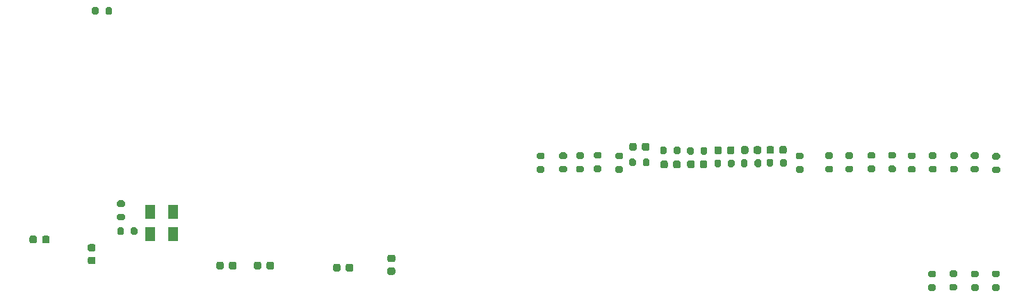
<source format=gbr>
%TF.GenerationSoftware,KiCad,Pcbnew,(5.1.10-1-10_14)*%
%TF.CreationDate,2021-11-09T17:04:18-05:00*%
%TF.ProjectId,TeensyBoardv2,5465656e-7379-4426-9f61-726476322e6b,v01*%
%TF.SameCoordinates,Original*%
%TF.FileFunction,Paste,Top*%
%TF.FilePolarity,Positive*%
%FSLAX46Y46*%
G04 Gerber Fmt 4.6, Leading zero omitted, Abs format (unit mm)*
G04 Created by KiCad (PCBNEW (5.1.10-1-10_14)) date 2021-11-09 17:04:18*
%MOMM*%
%LPD*%
G01*
G04 APERTURE LIST*
%ADD10R,1.230000X1.710000*%
G04 APERTURE END LIST*
%TO.C,R14*%
G36*
G01*
X241675000Y-115455000D02*
X241125000Y-115455000D01*
G75*
G02*
X240925000Y-115255000I0J200000D01*
G01*
X240925000Y-114855000D01*
G75*
G02*
X241125000Y-114655000I200000J0D01*
G01*
X241675000Y-114655000D01*
G75*
G02*
X241875000Y-114855000I0J-200000D01*
G01*
X241875000Y-115255000D01*
G75*
G02*
X241675000Y-115455000I-200000J0D01*
G01*
G37*
G36*
G01*
X241675000Y-117105000D02*
X241125000Y-117105000D01*
G75*
G02*
X240925000Y-116905000I0J200000D01*
G01*
X240925000Y-116505000D01*
G75*
G02*
X241125000Y-116305000I200000J0D01*
G01*
X241675000Y-116305000D01*
G75*
G02*
X241875000Y-116505000I0J-200000D01*
G01*
X241875000Y-116905000D01*
G75*
G02*
X241675000Y-117105000I-200000J0D01*
G01*
G37*
%TD*%
%TO.C,R21*%
G36*
G01*
X225545000Y-101065000D02*
X224995000Y-101065000D01*
G75*
G02*
X224795000Y-100865000I0J200000D01*
G01*
X224795000Y-100465000D01*
G75*
G02*
X224995000Y-100265000I200000J0D01*
G01*
X225545000Y-100265000D01*
G75*
G02*
X225745000Y-100465000I0J-200000D01*
G01*
X225745000Y-100865000D01*
G75*
G02*
X225545000Y-101065000I-200000J0D01*
G01*
G37*
G36*
G01*
X225545000Y-102715000D02*
X224995000Y-102715000D01*
G75*
G02*
X224795000Y-102515000I0J200000D01*
G01*
X224795000Y-102115000D01*
G75*
G02*
X224995000Y-101915000I200000J0D01*
G01*
X225545000Y-101915000D01*
G75*
G02*
X225745000Y-102115000I0J-200000D01*
G01*
X225745000Y-102515000D01*
G75*
G02*
X225545000Y-102715000I-200000J0D01*
G01*
G37*
%TD*%
%TO.C,R22*%
G36*
G01*
X229145000Y-101025000D02*
X228595000Y-101025000D01*
G75*
G02*
X228395000Y-100825000I0J200000D01*
G01*
X228395000Y-100425000D01*
G75*
G02*
X228595000Y-100225000I200000J0D01*
G01*
X229145000Y-100225000D01*
G75*
G02*
X229345000Y-100425000I0J-200000D01*
G01*
X229345000Y-100825000D01*
G75*
G02*
X229145000Y-101025000I-200000J0D01*
G01*
G37*
G36*
G01*
X229145000Y-102675000D02*
X228595000Y-102675000D01*
G75*
G02*
X228395000Y-102475000I0J200000D01*
G01*
X228395000Y-102075000D01*
G75*
G02*
X228595000Y-101875000I200000J0D01*
G01*
X229145000Y-101875000D01*
G75*
G02*
X229345000Y-102075000I0J-200000D01*
G01*
X229345000Y-102475000D01*
G75*
G02*
X229145000Y-102675000I-200000J0D01*
G01*
G37*
%TD*%
%TO.C,R24*%
G36*
G01*
X234275000Y-101005000D02*
X233725000Y-101005000D01*
G75*
G02*
X233525000Y-100805000I0J200000D01*
G01*
X233525000Y-100405000D01*
G75*
G02*
X233725000Y-100205000I200000J0D01*
G01*
X234275000Y-100205000D01*
G75*
G02*
X234475000Y-100405000I0J-200000D01*
G01*
X234475000Y-100805000D01*
G75*
G02*
X234275000Y-101005000I-200000J0D01*
G01*
G37*
G36*
G01*
X234275000Y-102655000D02*
X233725000Y-102655000D01*
G75*
G02*
X233525000Y-102455000I0J200000D01*
G01*
X233525000Y-102055000D01*
G75*
G02*
X233725000Y-101855000I200000J0D01*
G01*
X234275000Y-101855000D01*
G75*
G02*
X234475000Y-102055000I0J-200000D01*
G01*
X234475000Y-102455000D01*
G75*
G02*
X234275000Y-102655000I-200000J0D01*
G01*
G37*
%TD*%
%TO.C,R28*%
G36*
G01*
X249475000Y-101125000D02*
X248925000Y-101125000D01*
G75*
G02*
X248725000Y-100925000I0J200000D01*
G01*
X248725000Y-100525000D01*
G75*
G02*
X248925000Y-100325000I200000J0D01*
G01*
X249475000Y-100325000D01*
G75*
G02*
X249675000Y-100525000I0J-200000D01*
G01*
X249675000Y-100925000D01*
G75*
G02*
X249475000Y-101125000I-200000J0D01*
G01*
G37*
G36*
G01*
X249475000Y-102775000D02*
X248925000Y-102775000D01*
G75*
G02*
X248725000Y-102575000I0J200000D01*
G01*
X248725000Y-102175000D01*
G75*
G02*
X248925000Y-101975000I200000J0D01*
G01*
X249475000Y-101975000D01*
G75*
G02*
X249675000Y-102175000I0J-200000D01*
G01*
X249675000Y-102575000D01*
G75*
G02*
X249475000Y-102775000I-200000J0D01*
G01*
G37*
%TD*%
%TO.C,R27*%
G36*
G01*
X241755000Y-101045000D02*
X241205000Y-101045000D01*
G75*
G02*
X241005000Y-100845000I0J200000D01*
G01*
X241005000Y-100445000D01*
G75*
G02*
X241205000Y-100245000I200000J0D01*
G01*
X241755000Y-100245000D01*
G75*
G02*
X241955000Y-100445000I0J-200000D01*
G01*
X241955000Y-100845000D01*
G75*
G02*
X241755000Y-101045000I-200000J0D01*
G01*
G37*
G36*
G01*
X241755000Y-102695000D02*
X241205000Y-102695000D01*
G75*
G02*
X241005000Y-102495000I0J200000D01*
G01*
X241005000Y-102095000D01*
G75*
G02*
X241205000Y-101895000I200000J0D01*
G01*
X241755000Y-101895000D01*
G75*
G02*
X241955000Y-102095000I0J-200000D01*
G01*
X241955000Y-102495000D01*
G75*
G02*
X241755000Y-102695000I-200000J0D01*
G01*
G37*
%TD*%
%TO.C,R26*%
G36*
G01*
X239195000Y-101055000D02*
X238645000Y-101055000D01*
G75*
G02*
X238445000Y-100855000I0J200000D01*
G01*
X238445000Y-100455000D01*
G75*
G02*
X238645000Y-100255000I200000J0D01*
G01*
X239195000Y-100255000D01*
G75*
G02*
X239395000Y-100455000I0J-200000D01*
G01*
X239395000Y-100855000D01*
G75*
G02*
X239195000Y-101055000I-200000J0D01*
G01*
G37*
G36*
G01*
X239195000Y-102705000D02*
X238645000Y-102705000D01*
G75*
G02*
X238445000Y-102505000I0J200000D01*
G01*
X238445000Y-102105000D01*
G75*
G02*
X238645000Y-101905000I200000J0D01*
G01*
X239195000Y-101905000D01*
G75*
G02*
X239395000Y-102105000I0J-200000D01*
G01*
X239395000Y-102505000D01*
G75*
G02*
X239195000Y-102705000I-200000J0D01*
G01*
G37*
%TD*%
%TO.C,R25*%
G36*
G01*
X236795000Y-101005000D02*
X236245000Y-101005000D01*
G75*
G02*
X236045000Y-100805000I0J200000D01*
G01*
X236045000Y-100405000D01*
G75*
G02*
X236245000Y-100205000I200000J0D01*
G01*
X236795000Y-100205000D01*
G75*
G02*
X236995000Y-100405000I0J-200000D01*
G01*
X236995000Y-100805000D01*
G75*
G02*
X236795000Y-101005000I-200000J0D01*
G01*
G37*
G36*
G01*
X236795000Y-102655000D02*
X236245000Y-102655000D01*
G75*
G02*
X236045000Y-102455000I0J200000D01*
G01*
X236045000Y-102055000D01*
G75*
G02*
X236245000Y-101855000I200000J0D01*
G01*
X236795000Y-101855000D01*
G75*
G02*
X236995000Y-102055000I0J-200000D01*
G01*
X236995000Y-102455000D01*
G75*
G02*
X236795000Y-102655000I-200000J0D01*
G01*
G37*
%TD*%
%TO.C,R23*%
G36*
G01*
X231585000Y-101025000D02*
X231035000Y-101025000D01*
G75*
G02*
X230835000Y-100825000I0J200000D01*
G01*
X230835000Y-100425000D01*
G75*
G02*
X231035000Y-100225000I200000J0D01*
G01*
X231585000Y-100225000D01*
G75*
G02*
X231785000Y-100425000I0J-200000D01*
G01*
X231785000Y-100825000D01*
G75*
G02*
X231585000Y-101025000I-200000J0D01*
G01*
G37*
G36*
G01*
X231585000Y-102675000D02*
X231035000Y-102675000D01*
G75*
G02*
X230835000Y-102475000I0J200000D01*
G01*
X230835000Y-102075000D01*
G75*
G02*
X231035000Y-101875000I200000J0D01*
G01*
X231585000Y-101875000D01*
G75*
G02*
X231785000Y-102075000I0J-200000D01*
G01*
X231785000Y-102475000D01*
G75*
G02*
X231585000Y-102675000I-200000J0D01*
G01*
G37*
%TD*%
%TO.C,R20*%
G36*
G01*
X203555000Y-101075000D02*
X203005000Y-101075000D01*
G75*
G02*
X202805000Y-100875000I0J200000D01*
G01*
X202805000Y-100475000D01*
G75*
G02*
X203005000Y-100275000I200000J0D01*
G01*
X203555000Y-100275000D01*
G75*
G02*
X203755000Y-100475000I0J-200000D01*
G01*
X203755000Y-100875000D01*
G75*
G02*
X203555000Y-101075000I-200000J0D01*
G01*
G37*
G36*
G01*
X203555000Y-102725000D02*
X203005000Y-102725000D01*
G75*
G02*
X202805000Y-102525000I0J200000D01*
G01*
X202805000Y-102125000D01*
G75*
G02*
X203005000Y-101925000I200000J0D01*
G01*
X203555000Y-101925000D01*
G75*
G02*
X203755000Y-102125000I0J-200000D01*
G01*
X203755000Y-102525000D01*
G75*
G02*
X203555000Y-102725000I-200000J0D01*
G01*
G37*
%TD*%
%TO.C,R19*%
G36*
G01*
X200955000Y-100985000D02*
X200405000Y-100985000D01*
G75*
G02*
X200205000Y-100785000I0J200000D01*
G01*
X200205000Y-100385000D01*
G75*
G02*
X200405000Y-100185000I200000J0D01*
G01*
X200955000Y-100185000D01*
G75*
G02*
X201155000Y-100385000I0J-200000D01*
G01*
X201155000Y-100785000D01*
G75*
G02*
X200955000Y-100985000I-200000J0D01*
G01*
G37*
G36*
G01*
X200955000Y-102635000D02*
X200405000Y-102635000D01*
G75*
G02*
X200205000Y-102435000I0J200000D01*
G01*
X200205000Y-102035000D01*
G75*
G02*
X200405000Y-101835000I200000J0D01*
G01*
X200955000Y-101835000D01*
G75*
G02*
X201155000Y-102035000I0J-200000D01*
G01*
X201155000Y-102435000D01*
G75*
G02*
X200955000Y-102635000I-200000J0D01*
G01*
G37*
%TD*%
%TO.C,R18*%
G36*
G01*
X198805000Y-101035000D02*
X198255000Y-101035000D01*
G75*
G02*
X198055000Y-100835000I0J200000D01*
G01*
X198055000Y-100435000D01*
G75*
G02*
X198255000Y-100235000I200000J0D01*
G01*
X198805000Y-100235000D01*
G75*
G02*
X199005000Y-100435000I0J-200000D01*
G01*
X199005000Y-100835000D01*
G75*
G02*
X198805000Y-101035000I-200000J0D01*
G01*
G37*
G36*
G01*
X198805000Y-102685000D02*
X198255000Y-102685000D01*
G75*
G02*
X198055000Y-102485000I0J200000D01*
G01*
X198055000Y-102085000D01*
G75*
G02*
X198255000Y-101885000I200000J0D01*
G01*
X198805000Y-101885000D01*
G75*
G02*
X199005000Y-102085000I0J-200000D01*
G01*
X199005000Y-102485000D01*
G75*
G02*
X198805000Y-102685000I-200000J0D01*
G01*
G37*
%TD*%
%TO.C,R17*%
G36*
G01*
X196745000Y-101045000D02*
X196195000Y-101045000D01*
G75*
G02*
X195995000Y-100845000I0J200000D01*
G01*
X195995000Y-100445000D01*
G75*
G02*
X196195000Y-100245000I200000J0D01*
G01*
X196745000Y-100245000D01*
G75*
G02*
X196945000Y-100445000I0J-200000D01*
G01*
X196945000Y-100845000D01*
G75*
G02*
X196745000Y-101045000I-200000J0D01*
G01*
G37*
G36*
G01*
X196745000Y-102695000D02*
X196195000Y-102695000D01*
G75*
G02*
X195995000Y-102495000I0J200000D01*
G01*
X195995000Y-102095000D01*
G75*
G02*
X196195000Y-101895000I200000J0D01*
G01*
X196745000Y-101895000D01*
G75*
G02*
X196945000Y-102095000I0J-200000D01*
G01*
X196945000Y-102495000D01*
G75*
G02*
X196745000Y-102695000I-200000J0D01*
G01*
G37*
%TD*%
%TO.C,R16*%
G36*
G01*
X246875000Y-115475000D02*
X246325000Y-115475000D01*
G75*
G02*
X246125000Y-115275000I0J200000D01*
G01*
X246125000Y-114875000D01*
G75*
G02*
X246325000Y-114675000I200000J0D01*
G01*
X246875000Y-114675000D01*
G75*
G02*
X247075000Y-114875000I0J-200000D01*
G01*
X247075000Y-115275000D01*
G75*
G02*
X246875000Y-115475000I-200000J0D01*
G01*
G37*
G36*
G01*
X246875000Y-117125000D02*
X246325000Y-117125000D01*
G75*
G02*
X246125000Y-116925000I0J200000D01*
G01*
X246125000Y-116525000D01*
G75*
G02*
X246325000Y-116325000I200000J0D01*
G01*
X246875000Y-116325000D01*
G75*
G02*
X247075000Y-116525000I0J-200000D01*
G01*
X247075000Y-116925000D01*
G75*
G02*
X246875000Y-117125000I-200000J0D01*
G01*
G37*
%TD*%
%TO.C,R15*%
G36*
G01*
X244255000Y-115445000D02*
X243705000Y-115445000D01*
G75*
G02*
X243505000Y-115245000I0J200000D01*
G01*
X243505000Y-114845000D01*
G75*
G02*
X243705000Y-114645000I200000J0D01*
G01*
X244255000Y-114645000D01*
G75*
G02*
X244455000Y-114845000I0J-200000D01*
G01*
X244455000Y-115245000D01*
G75*
G02*
X244255000Y-115445000I-200000J0D01*
G01*
G37*
G36*
G01*
X244255000Y-117095000D02*
X243705000Y-117095000D01*
G75*
G02*
X243505000Y-116895000I0J200000D01*
G01*
X243505000Y-116495000D01*
G75*
G02*
X243705000Y-116295000I200000J0D01*
G01*
X244255000Y-116295000D01*
G75*
G02*
X244455000Y-116495000I0J-200000D01*
G01*
X244455000Y-116895000D01*
G75*
G02*
X244255000Y-117095000I-200000J0D01*
G01*
G37*
%TD*%
%TO.C,R11*%
G36*
G01*
X249435000Y-115455000D02*
X248885000Y-115455000D01*
G75*
G02*
X248685000Y-115255000I0J200000D01*
G01*
X248685000Y-114855000D01*
G75*
G02*
X248885000Y-114655000I200000J0D01*
G01*
X249435000Y-114655000D01*
G75*
G02*
X249635000Y-114855000I0J-200000D01*
G01*
X249635000Y-115255000D01*
G75*
G02*
X249435000Y-115455000I-200000J0D01*
G01*
G37*
G36*
G01*
X249435000Y-117105000D02*
X248885000Y-117105000D01*
G75*
G02*
X248685000Y-116905000I0J200000D01*
G01*
X248685000Y-116505000D01*
G75*
G02*
X248885000Y-116305000I200000J0D01*
G01*
X249435000Y-116305000D01*
G75*
G02*
X249635000Y-116505000I0J-200000D01*
G01*
X249635000Y-116905000D01*
G75*
G02*
X249435000Y-117105000I-200000J0D01*
G01*
G37*
%TD*%
%TO.C,R5*%
G36*
G01*
X194015000Y-102735000D02*
X193465000Y-102735000D01*
G75*
G02*
X193265000Y-102535000I0J200000D01*
G01*
X193265000Y-102135000D01*
G75*
G02*
X193465000Y-101935000I200000J0D01*
G01*
X194015000Y-101935000D01*
G75*
G02*
X194215000Y-102135000I0J-200000D01*
G01*
X194215000Y-102535000D01*
G75*
G02*
X194015000Y-102735000I-200000J0D01*
G01*
G37*
G36*
G01*
X194015000Y-101085000D02*
X193465000Y-101085000D01*
G75*
G02*
X193265000Y-100885000I0J200000D01*
G01*
X193265000Y-100485000D01*
G75*
G02*
X193465000Y-100285000I200000J0D01*
G01*
X194015000Y-100285000D01*
G75*
G02*
X194215000Y-100485000I0J-200000D01*
G01*
X194215000Y-100885000D01*
G75*
G02*
X194015000Y-101085000I-200000J0D01*
G01*
G37*
%TD*%
%TO.C,R6*%
G36*
G01*
X139865000Y-82725000D02*
X139865000Y-83275000D01*
G75*
G02*
X139665000Y-83475000I-200000J0D01*
G01*
X139265000Y-83475000D01*
G75*
G02*
X139065000Y-83275000I0J200000D01*
G01*
X139065000Y-82725000D01*
G75*
G02*
X139265000Y-82525000I200000J0D01*
G01*
X139665000Y-82525000D01*
G75*
G02*
X139865000Y-82725000I0J-200000D01*
G01*
G37*
G36*
G01*
X141515000Y-82725000D02*
X141515000Y-83275000D01*
G75*
G02*
X141315000Y-83475000I-200000J0D01*
G01*
X140915000Y-83475000D01*
G75*
G02*
X140715000Y-83275000I0J200000D01*
G01*
X140715000Y-82725000D01*
G75*
G02*
X140915000Y-82525000I200000J0D01*
G01*
X141315000Y-82525000D01*
G75*
G02*
X141515000Y-82725000I0J-200000D01*
G01*
G37*
%TD*%
%TO.C,C4*%
G36*
G01*
X175792000Y-113625000D02*
X175292000Y-113625000D01*
G75*
G02*
X175067000Y-113400000I0J225000D01*
G01*
X175067000Y-112950000D01*
G75*
G02*
X175292000Y-112725000I225000J0D01*
G01*
X175792000Y-112725000D01*
G75*
G02*
X176017000Y-112950000I0J-225000D01*
G01*
X176017000Y-113400000D01*
G75*
G02*
X175792000Y-113625000I-225000J0D01*
G01*
G37*
G36*
G01*
X175792000Y-115175000D02*
X175292000Y-115175000D01*
G75*
G02*
X175067000Y-114950000I0J225000D01*
G01*
X175067000Y-114500000D01*
G75*
G02*
X175292000Y-114275000I225000J0D01*
G01*
X175792000Y-114275000D01*
G75*
G02*
X176017000Y-114500000I0J-225000D01*
G01*
X176017000Y-114950000D01*
G75*
G02*
X175792000Y-115175000I-225000J0D01*
G01*
G37*
%TD*%
%TO.C,C1*%
G36*
G01*
X169347000Y-114050000D02*
X169347000Y-114550000D01*
G75*
G02*
X169122000Y-114775000I-225000J0D01*
G01*
X168672000Y-114775000D01*
G75*
G02*
X168447000Y-114550000I0J225000D01*
G01*
X168447000Y-114050000D01*
G75*
G02*
X168672000Y-113825000I225000J0D01*
G01*
X169122000Y-113825000D01*
G75*
G02*
X169347000Y-114050000I0J-225000D01*
G01*
G37*
G36*
G01*
X170897000Y-114050000D02*
X170897000Y-114550000D01*
G75*
G02*
X170672000Y-114775000I-225000J0D01*
G01*
X170222000Y-114775000D01*
G75*
G02*
X169997000Y-114550000I0J225000D01*
G01*
X169997000Y-114050000D01*
G75*
G02*
X170222000Y-113825000I225000J0D01*
G01*
X170672000Y-113825000D01*
G75*
G02*
X170897000Y-114050000I0J-225000D01*
G01*
G37*
%TD*%
D10*
%TO.C,C6*%
X148972000Y-110186000D03*
X148972000Y-107486000D03*
%TD*%
%TO.C,C8*%
X146178000Y-107486000D03*
X146178000Y-110186000D03*
%TD*%
%TO.C,C2*%
G36*
G01*
X155123000Y-113796000D02*
X155123000Y-114296000D01*
G75*
G02*
X154898000Y-114521000I-225000J0D01*
G01*
X154448000Y-114521000D01*
G75*
G02*
X154223000Y-114296000I0J225000D01*
G01*
X154223000Y-113796000D01*
G75*
G02*
X154448000Y-113571000I225000J0D01*
G01*
X154898000Y-113571000D01*
G75*
G02*
X155123000Y-113796000I0J-225000D01*
G01*
G37*
G36*
G01*
X156673000Y-113796000D02*
X156673000Y-114296000D01*
G75*
G02*
X156448000Y-114521000I-225000J0D01*
G01*
X155998000Y-114521000D01*
G75*
G02*
X155773000Y-114296000I0J225000D01*
G01*
X155773000Y-113796000D01*
G75*
G02*
X155998000Y-113571000I225000J0D01*
G01*
X156448000Y-113571000D01*
G75*
G02*
X156673000Y-113796000I0J-225000D01*
G01*
G37*
%TD*%
%TO.C,C5*%
G36*
G01*
X160345000Y-114296000D02*
X160345000Y-113796000D01*
G75*
G02*
X160570000Y-113571000I225000J0D01*
G01*
X161020000Y-113571000D01*
G75*
G02*
X161245000Y-113796000I0J-225000D01*
G01*
X161245000Y-114296000D01*
G75*
G02*
X161020000Y-114521000I-225000J0D01*
G01*
X160570000Y-114521000D01*
G75*
G02*
X160345000Y-114296000I0J225000D01*
G01*
G37*
G36*
G01*
X158795000Y-114296000D02*
X158795000Y-113796000D01*
G75*
G02*
X159020000Y-113571000I225000J0D01*
G01*
X159470000Y-113571000D01*
G75*
G02*
X159695000Y-113796000I0J-225000D01*
G01*
X159695000Y-114296000D01*
G75*
G02*
X159470000Y-114521000I-225000J0D01*
G01*
X159020000Y-114521000D01*
G75*
G02*
X158795000Y-114296000I0J225000D01*
G01*
G37*
%TD*%
%TO.C,R2*%
G36*
G01*
X142347000Y-107737000D02*
X142897000Y-107737000D01*
G75*
G02*
X143097000Y-107937000I0J-200000D01*
G01*
X143097000Y-108337000D01*
G75*
G02*
X142897000Y-108537000I-200000J0D01*
G01*
X142347000Y-108537000D01*
G75*
G02*
X142147000Y-108337000I0J200000D01*
G01*
X142147000Y-107937000D01*
G75*
G02*
X142347000Y-107737000I200000J0D01*
G01*
G37*
G36*
G01*
X142347000Y-106087000D02*
X142897000Y-106087000D01*
G75*
G02*
X143097000Y-106287000I0J-200000D01*
G01*
X143097000Y-106687000D01*
G75*
G02*
X142897000Y-106887000I-200000J0D01*
G01*
X142347000Y-106887000D01*
G75*
G02*
X142147000Y-106687000I0J200000D01*
G01*
X142147000Y-106287000D01*
G75*
G02*
X142347000Y-106087000I200000J0D01*
G01*
G37*
%TD*%
%TO.C,R4*%
G36*
G01*
X144609000Y-109577000D02*
X144609000Y-110127000D01*
G75*
G02*
X144409000Y-110327000I-200000J0D01*
G01*
X144009000Y-110327000D01*
G75*
G02*
X143809000Y-110127000I0J200000D01*
G01*
X143809000Y-109577000D01*
G75*
G02*
X144009000Y-109377000I200000J0D01*
G01*
X144409000Y-109377000D01*
G75*
G02*
X144609000Y-109577000I0J-200000D01*
G01*
G37*
G36*
G01*
X142959000Y-109577000D02*
X142959000Y-110127000D01*
G75*
G02*
X142759000Y-110327000I-200000J0D01*
G01*
X142359000Y-110327000D01*
G75*
G02*
X142159000Y-110127000I0J200000D01*
G01*
X142159000Y-109577000D01*
G75*
G02*
X142359000Y-109377000I200000J0D01*
G01*
X142759000Y-109377000D01*
G75*
G02*
X142959000Y-109577000I0J-200000D01*
G01*
G37*
%TD*%
%TO.C,C3*%
G36*
G01*
X204515000Y-99818000D02*
X204515000Y-99318000D01*
G75*
G02*
X204740000Y-99093000I225000J0D01*
G01*
X205190000Y-99093000D01*
G75*
G02*
X205415000Y-99318000I0J-225000D01*
G01*
X205415000Y-99818000D01*
G75*
G02*
X205190000Y-100043000I-225000J0D01*
G01*
X204740000Y-100043000D01*
G75*
G02*
X204515000Y-99818000I0J225000D01*
G01*
G37*
G36*
G01*
X206065000Y-99818000D02*
X206065000Y-99318000D01*
G75*
G02*
X206290000Y-99093000I225000J0D01*
G01*
X206740000Y-99093000D01*
G75*
G02*
X206965000Y-99318000I0J-225000D01*
G01*
X206965000Y-99818000D01*
G75*
G02*
X206740000Y-100043000I-225000J0D01*
G01*
X206290000Y-100043000D01*
G75*
G02*
X206065000Y-99818000I0J225000D01*
G01*
G37*
%TD*%
%TO.C,C7*%
G36*
G01*
X222139000Y-99688000D02*
X222139000Y-100188000D01*
G75*
G02*
X221914000Y-100413000I-225000J0D01*
G01*
X221464000Y-100413000D01*
G75*
G02*
X221239000Y-100188000I0J225000D01*
G01*
X221239000Y-99688000D01*
G75*
G02*
X221464000Y-99463000I225000J0D01*
G01*
X221914000Y-99463000D01*
G75*
G02*
X222139000Y-99688000I0J-225000D01*
G01*
G37*
G36*
G01*
X223689000Y-99688000D02*
X223689000Y-100188000D01*
G75*
G02*
X223464000Y-100413000I-225000J0D01*
G01*
X223014000Y-100413000D01*
G75*
G02*
X222789000Y-100188000I0J225000D01*
G01*
X222789000Y-99688000D01*
G75*
G02*
X223014000Y-99463000I225000J0D01*
G01*
X223464000Y-99463000D01*
G75*
G02*
X223689000Y-99688000I0J-225000D01*
G01*
G37*
%TD*%
%TO.C,C9*%
G36*
G01*
X210761000Y-101468000D02*
X210761000Y-101968000D01*
G75*
G02*
X210536000Y-102193000I-225000J0D01*
G01*
X210086000Y-102193000D01*
G75*
G02*
X209861000Y-101968000I0J225000D01*
G01*
X209861000Y-101468000D01*
G75*
G02*
X210086000Y-101243000I225000J0D01*
G01*
X210536000Y-101243000D01*
G75*
G02*
X210761000Y-101468000I0J-225000D01*
G01*
G37*
G36*
G01*
X209211000Y-101468000D02*
X209211000Y-101968000D01*
G75*
G02*
X208986000Y-102193000I-225000J0D01*
G01*
X208536000Y-102193000D01*
G75*
G02*
X208311000Y-101968000I0J225000D01*
G01*
X208311000Y-101468000D01*
G75*
G02*
X208536000Y-101243000I225000J0D01*
G01*
X208986000Y-101243000D01*
G75*
G02*
X209211000Y-101468000I0J-225000D01*
G01*
G37*
%TD*%
%TO.C,C10*%
G36*
G01*
X219031000Y-99708000D02*
X219031000Y-100208000D01*
G75*
G02*
X218806000Y-100433000I-225000J0D01*
G01*
X218356000Y-100433000D01*
G75*
G02*
X218131000Y-100208000I0J225000D01*
G01*
X218131000Y-99708000D01*
G75*
G02*
X218356000Y-99483000I225000J0D01*
G01*
X218806000Y-99483000D01*
G75*
G02*
X219031000Y-99708000I0J-225000D01*
G01*
G37*
G36*
G01*
X220581000Y-99708000D02*
X220581000Y-100208000D01*
G75*
G02*
X220356000Y-100433000I-225000J0D01*
G01*
X219906000Y-100433000D01*
G75*
G02*
X219681000Y-100208000I0J225000D01*
G01*
X219681000Y-99708000D01*
G75*
G02*
X219906000Y-99483000I225000J0D01*
G01*
X220356000Y-99483000D01*
G75*
G02*
X220581000Y-99708000I0J-225000D01*
G01*
G37*
%TD*%
%TO.C,C11*%
G36*
G01*
X214023000Y-101438000D02*
X214023000Y-101938000D01*
G75*
G02*
X213798000Y-102163000I-225000J0D01*
G01*
X213348000Y-102163000D01*
G75*
G02*
X213123000Y-101938000I0J225000D01*
G01*
X213123000Y-101438000D01*
G75*
G02*
X213348000Y-101213000I225000J0D01*
G01*
X213798000Y-101213000D01*
G75*
G02*
X214023000Y-101438000I0J-225000D01*
G01*
G37*
G36*
G01*
X212473000Y-101438000D02*
X212473000Y-101938000D01*
G75*
G02*
X212248000Y-102163000I-225000J0D01*
G01*
X211798000Y-102163000D01*
G75*
G02*
X211573000Y-101938000I0J225000D01*
G01*
X211573000Y-101438000D01*
G75*
G02*
X211798000Y-101213000I225000J0D01*
G01*
X212248000Y-101213000D01*
G75*
G02*
X212473000Y-101438000I0J-225000D01*
G01*
G37*
%TD*%
%TO.C,C12*%
G36*
G01*
X216429000Y-100238000D02*
X216429000Y-99738000D01*
G75*
G02*
X216654000Y-99513000I225000J0D01*
G01*
X217104000Y-99513000D01*
G75*
G02*
X217329000Y-99738000I0J-225000D01*
G01*
X217329000Y-100238000D01*
G75*
G02*
X217104000Y-100463000I-225000J0D01*
G01*
X216654000Y-100463000D01*
G75*
G02*
X216429000Y-100238000I0J225000D01*
G01*
G37*
G36*
G01*
X214879000Y-100238000D02*
X214879000Y-99738000D01*
G75*
G02*
X215104000Y-99513000I225000J0D01*
G01*
X215554000Y-99513000D01*
G75*
G02*
X215779000Y-99738000I0J-225000D01*
G01*
X215779000Y-100238000D01*
G75*
G02*
X215554000Y-100463000I-225000J0D01*
G01*
X215104000Y-100463000D01*
G75*
G02*
X214879000Y-100238000I0J225000D01*
G01*
G37*
%TD*%
%TO.C,R1*%
G36*
G01*
X206965000Y-101195000D02*
X206965000Y-101745000D01*
G75*
G02*
X206765000Y-101945000I-200000J0D01*
G01*
X206365000Y-101945000D01*
G75*
G02*
X206165000Y-101745000I0J200000D01*
G01*
X206165000Y-101195000D01*
G75*
G02*
X206365000Y-100995000I200000J0D01*
G01*
X206765000Y-100995000D01*
G75*
G02*
X206965000Y-101195000I0J-200000D01*
G01*
G37*
G36*
G01*
X205315000Y-101195000D02*
X205315000Y-101745000D01*
G75*
G02*
X205115000Y-101945000I-200000J0D01*
G01*
X204715000Y-101945000D01*
G75*
G02*
X204515000Y-101745000I0J200000D01*
G01*
X204515000Y-101195000D01*
G75*
G02*
X204715000Y-100995000I200000J0D01*
G01*
X205115000Y-100995000D01*
G75*
G02*
X205315000Y-101195000I0J-200000D01*
G01*
G37*
%TD*%
%TO.C,R3*%
G36*
G01*
X209931000Y-100283000D02*
X209931000Y-99733000D01*
G75*
G02*
X210131000Y-99533000I200000J0D01*
G01*
X210531000Y-99533000D01*
G75*
G02*
X210731000Y-99733000I0J-200000D01*
G01*
X210731000Y-100283000D01*
G75*
G02*
X210531000Y-100483000I-200000J0D01*
G01*
X210131000Y-100483000D01*
G75*
G02*
X209931000Y-100283000I0J200000D01*
G01*
G37*
G36*
G01*
X208281000Y-100283000D02*
X208281000Y-99733000D01*
G75*
G02*
X208481000Y-99533000I200000J0D01*
G01*
X208881000Y-99533000D01*
G75*
G02*
X209081000Y-99733000I0J-200000D01*
G01*
X209081000Y-100283000D01*
G75*
G02*
X208881000Y-100483000I-200000J0D01*
G01*
X208481000Y-100483000D01*
G75*
G02*
X208281000Y-100283000I0J200000D01*
G01*
G37*
%TD*%
%TO.C,R7*%
G36*
G01*
X222899000Y-101793000D02*
X222899000Y-101243000D01*
G75*
G02*
X223099000Y-101043000I200000J0D01*
G01*
X223499000Y-101043000D01*
G75*
G02*
X223699000Y-101243000I0J-200000D01*
G01*
X223699000Y-101793000D01*
G75*
G02*
X223499000Y-101993000I-200000J0D01*
G01*
X223099000Y-101993000D01*
G75*
G02*
X222899000Y-101793000I0J200000D01*
G01*
G37*
G36*
G01*
X221249000Y-101793000D02*
X221249000Y-101243000D01*
G75*
G02*
X221449000Y-101043000I200000J0D01*
G01*
X221849000Y-101043000D01*
G75*
G02*
X222049000Y-101243000I0J-200000D01*
G01*
X222049000Y-101793000D01*
G75*
G02*
X221849000Y-101993000I-200000J0D01*
G01*
X221449000Y-101993000D01*
G75*
G02*
X221249000Y-101793000I0J200000D01*
G01*
G37*
%TD*%
%TO.C,R8*%
G36*
G01*
X211573000Y-100333000D02*
X211573000Y-99783000D01*
G75*
G02*
X211773000Y-99583000I200000J0D01*
G01*
X212173000Y-99583000D01*
G75*
G02*
X212373000Y-99783000I0J-200000D01*
G01*
X212373000Y-100333000D01*
G75*
G02*
X212173000Y-100533000I-200000J0D01*
G01*
X211773000Y-100533000D01*
G75*
G02*
X211573000Y-100333000I0J200000D01*
G01*
G37*
G36*
G01*
X213223000Y-100333000D02*
X213223000Y-99783000D01*
G75*
G02*
X213423000Y-99583000I200000J0D01*
G01*
X213823000Y-99583000D01*
G75*
G02*
X214023000Y-99783000I0J-200000D01*
G01*
X214023000Y-100333000D01*
G75*
G02*
X213823000Y-100533000I-200000J0D01*
G01*
X213423000Y-100533000D01*
G75*
G02*
X213223000Y-100333000I0J200000D01*
G01*
G37*
%TD*%
%TO.C,R9*%
G36*
G01*
X218131000Y-101833000D02*
X218131000Y-101283000D01*
G75*
G02*
X218331000Y-101083000I200000J0D01*
G01*
X218731000Y-101083000D01*
G75*
G02*
X218931000Y-101283000I0J-200000D01*
G01*
X218931000Y-101833000D01*
G75*
G02*
X218731000Y-102033000I-200000J0D01*
G01*
X218331000Y-102033000D01*
G75*
G02*
X218131000Y-101833000I0J200000D01*
G01*
G37*
G36*
G01*
X219781000Y-101833000D02*
X219781000Y-101283000D01*
G75*
G02*
X219981000Y-101083000I200000J0D01*
G01*
X220381000Y-101083000D01*
G75*
G02*
X220581000Y-101283000I0J-200000D01*
G01*
X220581000Y-101833000D01*
G75*
G02*
X220381000Y-102033000I-200000J0D01*
G01*
X219981000Y-102033000D01*
G75*
G02*
X219781000Y-101833000I0J200000D01*
G01*
G37*
%TD*%
%TO.C,R10*%
G36*
G01*
X215689000Y-101303000D02*
X215689000Y-101853000D01*
G75*
G02*
X215489000Y-102053000I-200000J0D01*
G01*
X215089000Y-102053000D01*
G75*
G02*
X214889000Y-101853000I0J200000D01*
G01*
X214889000Y-101303000D01*
G75*
G02*
X215089000Y-101103000I200000J0D01*
G01*
X215489000Y-101103000D01*
G75*
G02*
X215689000Y-101303000I0J-200000D01*
G01*
G37*
G36*
G01*
X217339000Y-101303000D02*
X217339000Y-101853000D01*
G75*
G02*
X217139000Y-102053000I-200000J0D01*
G01*
X216739000Y-102053000D01*
G75*
G02*
X216539000Y-101853000I0J200000D01*
G01*
X216539000Y-101303000D01*
G75*
G02*
X216739000Y-101103000I200000J0D01*
G01*
X217139000Y-101103000D01*
G75*
G02*
X217339000Y-101303000I0J-200000D01*
G01*
G37*
%TD*%
%TO.C,R12*%
G36*
G01*
X246865000Y-102685000D02*
X246315000Y-102685000D01*
G75*
G02*
X246115000Y-102485000I0J200000D01*
G01*
X246115000Y-102085000D01*
G75*
G02*
X246315000Y-101885000I200000J0D01*
G01*
X246865000Y-101885000D01*
G75*
G02*
X247065000Y-102085000I0J-200000D01*
G01*
X247065000Y-102485000D01*
G75*
G02*
X246865000Y-102685000I-200000J0D01*
G01*
G37*
G36*
G01*
X246865000Y-101035000D02*
X246315000Y-101035000D01*
G75*
G02*
X246115000Y-100835000I0J200000D01*
G01*
X246115000Y-100435000D01*
G75*
G02*
X246315000Y-100235000I200000J0D01*
G01*
X246865000Y-100235000D01*
G75*
G02*
X247065000Y-100435000I0J-200000D01*
G01*
X247065000Y-100835000D01*
G75*
G02*
X246865000Y-101035000I-200000J0D01*
G01*
G37*
%TD*%
%TO.C,R13*%
G36*
G01*
X244335000Y-102665000D02*
X243785000Y-102665000D01*
G75*
G02*
X243585000Y-102465000I0J200000D01*
G01*
X243585000Y-102065000D01*
G75*
G02*
X243785000Y-101865000I200000J0D01*
G01*
X244335000Y-101865000D01*
G75*
G02*
X244535000Y-102065000I0J-200000D01*
G01*
X244535000Y-102465000D01*
G75*
G02*
X244335000Y-102665000I-200000J0D01*
G01*
G37*
G36*
G01*
X244335000Y-101015000D02*
X243785000Y-101015000D01*
G75*
G02*
X243585000Y-100815000I0J200000D01*
G01*
X243585000Y-100415000D01*
G75*
G02*
X243785000Y-100215000I200000J0D01*
G01*
X244335000Y-100215000D01*
G75*
G02*
X244535000Y-100415000I0J-200000D01*
G01*
X244535000Y-100815000D01*
G75*
G02*
X244335000Y-101015000I-200000J0D01*
G01*
G37*
%TD*%
%TO.C,C13*%
G36*
G01*
X139292000Y-112321000D02*
X138792000Y-112321000D01*
G75*
G02*
X138567000Y-112096000I0J225000D01*
G01*
X138567000Y-111646000D01*
G75*
G02*
X138792000Y-111421000I225000J0D01*
G01*
X139292000Y-111421000D01*
G75*
G02*
X139517000Y-111646000I0J-225000D01*
G01*
X139517000Y-112096000D01*
G75*
G02*
X139292000Y-112321000I-225000J0D01*
G01*
G37*
G36*
G01*
X139292000Y-113871000D02*
X138792000Y-113871000D01*
G75*
G02*
X138567000Y-113646000I0J225000D01*
G01*
X138567000Y-113196000D01*
G75*
G02*
X138792000Y-112971000I225000J0D01*
G01*
X139292000Y-112971000D01*
G75*
G02*
X139517000Y-113196000I0J-225000D01*
G01*
X139517000Y-113646000D01*
G75*
G02*
X139292000Y-113871000I-225000J0D01*
G01*
G37*
%TD*%
%TO.C,C14*%
G36*
G01*
X131467000Y-111118000D02*
X131467000Y-110618000D01*
G75*
G02*
X131692000Y-110393000I225000J0D01*
G01*
X132142000Y-110393000D01*
G75*
G02*
X132367000Y-110618000I0J-225000D01*
G01*
X132367000Y-111118000D01*
G75*
G02*
X132142000Y-111343000I-225000J0D01*
G01*
X131692000Y-111343000D01*
G75*
G02*
X131467000Y-111118000I0J225000D01*
G01*
G37*
G36*
G01*
X133017000Y-111118000D02*
X133017000Y-110618000D01*
G75*
G02*
X133242000Y-110393000I225000J0D01*
G01*
X133692000Y-110393000D01*
G75*
G02*
X133917000Y-110618000I0J-225000D01*
G01*
X133917000Y-111118000D01*
G75*
G02*
X133692000Y-111343000I-225000J0D01*
G01*
X133242000Y-111343000D01*
G75*
G02*
X133017000Y-111118000I0J225000D01*
G01*
G37*
%TD*%
M02*

</source>
